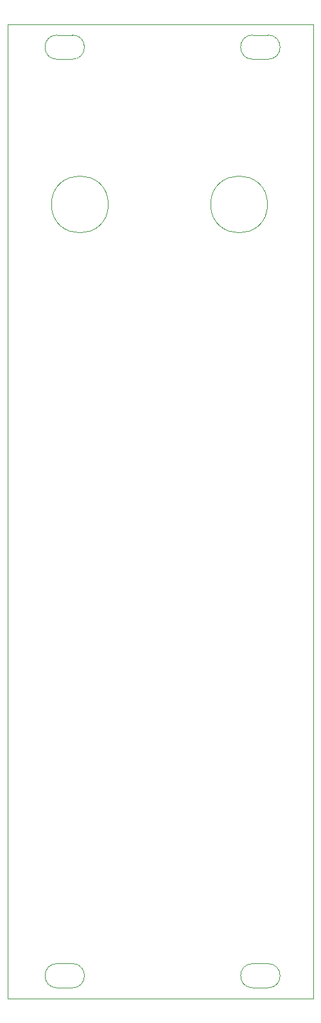
<source format=gbr>
G04 #@! TF.GenerationSoftware,KiCad,Pcbnew,(5.1.5-0)*
G04 #@! TF.CreationDate,2021-01-12T22:48:58-08:00*
G04 #@! TF.ProjectId,sloths,736c6f74-6873-42e6-9b69-6361645f7063,rev?*
G04 #@! TF.SameCoordinates,Original*
G04 #@! TF.FileFunction,Profile,NP*
%FSLAX46Y46*%
G04 Gerber Fmt 4.6, Leading zero omitted, Abs format (unit mm)*
G04 Created by KiCad (PCBNEW (5.1.5-0)) date 2021-01-12 22:48:58*
%MOMM*%
%LPD*%
G04 APERTURE LIST*
%ADD10C,0.050000*%
G04 APERTURE END LIST*
D10*
X13250000Y-23750000D02*
G75*
G03X13250000Y-23750000I-3750000J0D01*
G01*
X34250000Y-23750000D02*
G75*
G03X34250000Y-23750000I-3750000J0D01*
G01*
X8500000Y-123900000D02*
G75*
G02X8500000Y-127100000I0J-1600000D01*
G01*
X6500000Y-123900000D02*
X8500000Y-123900000D01*
X6500000Y-127100000D02*
G75*
G02X6500000Y-123900000I0J1600000D01*
G01*
X6500000Y-127100000D02*
X8500000Y-127100000D01*
X8500000Y-1400000D02*
G75*
G02X8500000Y-4600000I0J-1600000D01*
G01*
X6500000Y-1400000D02*
X8500000Y-1400000D01*
X6500000Y-4600000D02*
G75*
G02X6500000Y-1400000I0J1600000D01*
G01*
X6500000Y-4600000D02*
X8500000Y-4600000D01*
X34300000Y-123900000D02*
G75*
G02X34300000Y-127100000I0J-1600000D01*
G01*
X32300000Y-123900000D02*
X34300000Y-123900000D01*
X32300000Y-127100000D02*
G75*
G02X32300000Y-123900000I0J1600000D01*
G01*
X32300000Y-127100000D02*
X34300000Y-127100000D01*
X32300000Y-1400000D02*
X34300000Y-1400000D01*
X32300000Y-4600000D02*
X34300000Y-4600000D01*
X32300000Y-4600000D02*
G75*
G02X32300000Y-1400000I0J1600000D01*
G01*
X34300000Y-1400000D02*
G75*
G02X34300000Y-4600000I0J-1600000D01*
G01*
X0Y-128500000D02*
X0Y0D01*
X40300000Y-128500000D02*
X0Y-128500000D01*
X40300000Y0D02*
X40300000Y-128500000D01*
X0Y0D02*
X40300000Y0D01*
M02*

</source>
